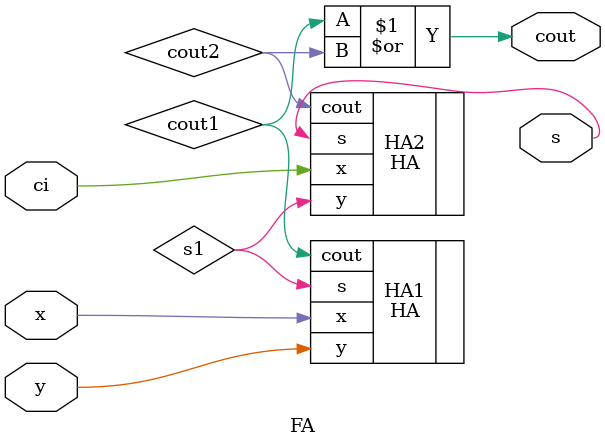
<source format=v>
`timescale 1ns / 1ps


module FA(
    input x,
    input y,
    input ci,
    output s, 
    output cout
    );

    wire s1, cout1, cout2;
    
    HA HA1(.x(x), .y(y), .cout(cout1), .s(s1));
    HA HA2(.x(ci), .y(s1), .cout(cout2), .s(s));    
    or(cout, cout1, cout2);
endmodule
</source>
